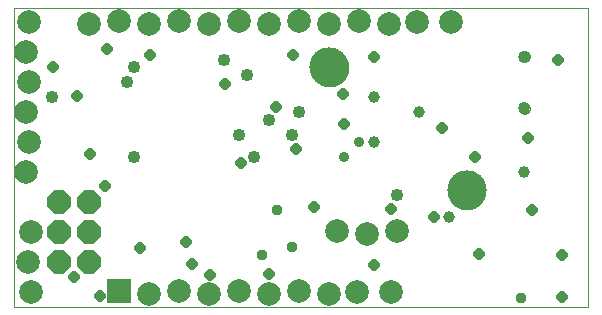
<source format=gbs>
G75*
%MOIN*%
%OFA0B0*%
%FSLAX25Y25*%
%IPPOS*%
%LPD*%
%AMOC8*
5,1,8,0,0,1.08239X$1,22.5*
%
%ADD10C,0.00000*%
%ADD11C,0.13100*%
%ADD12C,0.07900*%
%ADD13R,0.07900X0.07900*%
%ADD14C,0.04043*%
%ADD15OC8,0.07900*%
%ADD16C,0.04262*%
%ADD17C,0.03869*%
%ADD18OC8,0.03700*%
%ADD19OC8,0.03500*%
%ADD20C,0.03500*%
%ADD21C,0.03700*%
D10*
X0001900Y0003250D02*
X0001900Y0103211D01*
X0193101Y0103211D01*
X0193101Y0003250D01*
X0001900Y0003250D01*
X0100600Y0083250D02*
X0100602Y0083408D01*
X0100608Y0083567D01*
X0100618Y0083725D01*
X0100632Y0083882D01*
X0100650Y0084040D01*
X0100671Y0084196D01*
X0100697Y0084353D01*
X0100727Y0084508D01*
X0100760Y0084663D01*
X0100798Y0084817D01*
X0100839Y0084970D01*
X0100884Y0085121D01*
X0100933Y0085272D01*
X0100986Y0085421D01*
X0101042Y0085569D01*
X0101103Y0085716D01*
X0101166Y0085861D01*
X0101234Y0086004D01*
X0101305Y0086145D01*
X0101379Y0086285D01*
X0101457Y0086423D01*
X0101539Y0086559D01*
X0101624Y0086692D01*
X0101712Y0086824D01*
X0101803Y0086953D01*
X0101898Y0087080D01*
X0101996Y0087204D01*
X0102097Y0087326D01*
X0102201Y0087446D01*
X0102307Y0087563D01*
X0102417Y0087677D01*
X0102530Y0087788D01*
X0102645Y0087896D01*
X0102764Y0088002D01*
X0102884Y0088104D01*
X0103007Y0088204D01*
X0103133Y0088300D01*
X0103261Y0088393D01*
X0103392Y0088483D01*
X0103524Y0088569D01*
X0103659Y0088652D01*
X0103796Y0088732D01*
X0103935Y0088808D01*
X0104075Y0088881D01*
X0104218Y0088950D01*
X0104362Y0089016D01*
X0104507Y0089078D01*
X0104655Y0089136D01*
X0104803Y0089191D01*
X0104953Y0089242D01*
X0105104Y0089289D01*
X0105257Y0089332D01*
X0105410Y0089371D01*
X0105564Y0089407D01*
X0105719Y0089438D01*
X0105875Y0089466D01*
X0106032Y0089490D01*
X0106189Y0089510D01*
X0106347Y0089526D01*
X0106504Y0089538D01*
X0106663Y0089546D01*
X0106821Y0089550D01*
X0106979Y0089550D01*
X0107137Y0089546D01*
X0107296Y0089538D01*
X0107453Y0089526D01*
X0107611Y0089510D01*
X0107768Y0089490D01*
X0107925Y0089466D01*
X0108081Y0089438D01*
X0108236Y0089407D01*
X0108390Y0089371D01*
X0108543Y0089332D01*
X0108696Y0089289D01*
X0108847Y0089242D01*
X0108997Y0089191D01*
X0109145Y0089136D01*
X0109293Y0089078D01*
X0109438Y0089016D01*
X0109582Y0088950D01*
X0109725Y0088881D01*
X0109865Y0088808D01*
X0110004Y0088732D01*
X0110141Y0088652D01*
X0110276Y0088569D01*
X0110408Y0088483D01*
X0110539Y0088393D01*
X0110667Y0088300D01*
X0110793Y0088204D01*
X0110916Y0088104D01*
X0111036Y0088002D01*
X0111155Y0087896D01*
X0111270Y0087788D01*
X0111383Y0087677D01*
X0111493Y0087563D01*
X0111599Y0087446D01*
X0111703Y0087326D01*
X0111804Y0087204D01*
X0111902Y0087080D01*
X0111997Y0086953D01*
X0112088Y0086824D01*
X0112176Y0086692D01*
X0112261Y0086559D01*
X0112343Y0086423D01*
X0112421Y0086285D01*
X0112495Y0086145D01*
X0112566Y0086004D01*
X0112634Y0085861D01*
X0112697Y0085716D01*
X0112758Y0085569D01*
X0112814Y0085421D01*
X0112867Y0085272D01*
X0112916Y0085121D01*
X0112961Y0084970D01*
X0113002Y0084817D01*
X0113040Y0084663D01*
X0113073Y0084508D01*
X0113103Y0084353D01*
X0113129Y0084196D01*
X0113150Y0084040D01*
X0113168Y0083882D01*
X0113182Y0083725D01*
X0113192Y0083567D01*
X0113198Y0083408D01*
X0113200Y0083250D01*
X0113198Y0083092D01*
X0113192Y0082933D01*
X0113182Y0082775D01*
X0113168Y0082618D01*
X0113150Y0082460D01*
X0113129Y0082304D01*
X0113103Y0082147D01*
X0113073Y0081992D01*
X0113040Y0081837D01*
X0113002Y0081683D01*
X0112961Y0081530D01*
X0112916Y0081379D01*
X0112867Y0081228D01*
X0112814Y0081079D01*
X0112758Y0080931D01*
X0112697Y0080784D01*
X0112634Y0080639D01*
X0112566Y0080496D01*
X0112495Y0080355D01*
X0112421Y0080215D01*
X0112343Y0080077D01*
X0112261Y0079941D01*
X0112176Y0079808D01*
X0112088Y0079676D01*
X0111997Y0079547D01*
X0111902Y0079420D01*
X0111804Y0079296D01*
X0111703Y0079174D01*
X0111599Y0079054D01*
X0111493Y0078937D01*
X0111383Y0078823D01*
X0111270Y0078712D01*
X0111155Y0078604D01*
X0111036Y0078498D01*
X0110916Y0078396D01*
X0110793Y0078296D01*
X0110667Y0078200D01*
X0110539Y0078107D01*
X0110408Y0078017D01*
X0110276Y0077931D01*
X0110141Y0077848D01*
X0110004Y0077768D01*
X0109865Y0077692D01*
X0109725Y0077619D01*
X0109582Y0077550D01*
X0109438Y0077484D01*
X0109293Y0077422D01*
X0109145Y0077364D01*
X0108997Y0077309D01*
X0108847Y0077258D01*
X0108696Y0077211D01*
X0108543Y0077168D01*
X0108390Y0077129D01*
X0108236Y0077093D01*
X0108081Y0077062D01*
X0107925Y0077034D01*
X0107768Y0077010D01*
X0107611Y0076990D01*
X0107453Y0076974D01*
X0107296Y0076962D01*
X0107137Y0076954D01*
X0106979Y0076950D01*
X0106821Y0076950D01*
X0106663Y0076954D01*
X0106504Y0076962D01*
X0106347Y0076974D01*
X0106189Y0076990D01*
X0106032Y0077010D01*
X0105875Y0077034D01*
X0105719Y0077062D01*
X0105564Y0077093D01*
X0105410Y0077129D01*
X0105257Y0077168D01*
X0105104Y0077211D01*
X0104953Y0077258D01*
X0104803Y0077309D01*
X0104655Y0077364D01*
X0104507Y0077422D01*
X0104362Y0077484D01*
X0104218Y0077550D01*
X0104075Y0077619D01*
X0103935Y0077692D01*
X0103796Y0077768D01*
X0103659Y0077848D01*
X0103524Y0077931D01*
X0103392Y0078017D01*
X0103261Y0078107D01*
X0103133Y0078200D01*
X0103007Y0078296D01*
X0102884Y0078396D01*
X0102764Y0078498D01*
X0102645Y0078604D01*
X0102530Y0078712D01*
X0102417Y0078823D01*
X0102307Y0078937D01*
X0102201Y0079054D01*
X0102097Y0079174D01*
X0101996Y0079296D01*
X0101898Y0079420D01*
X0101803Y0079547D01*
X0101712Y0079676D01*
X0101624Y0079808D01*
X0101539Y0079941D01*
X0101457Y0080077D01*
X0101379Y0080215D01*
X0101305Y0080355D01*
X0101234Y0080496D01*
X0101166Y0080639D01*
X0101103Y0080784D01*
X0101042Y0080931D01*
X0100986Y0081079D01*
X0100933Y0081228D01*
X0100884Y0081379D01*
X0100839Y0081530D01*
X0100798Y0081683D01*
X0100760Y0081837D01*
X0100727Y0081992D01*
X0100697Y0082147D01*
X0100671Y0082304D01*
X0100650Y0082460D01*
X0100632Y0082618D01*
X0100618Y0082775D01*
X0100608Y0082933D01*
X0100602Y0083092D01*
X0100600Y0083250D01*
X0170128Y0086911D02*
X0170130Y0086995D01*
X0170136Y0087078D01*
X0170146Y0087161D01*
X0170160Y0087244D01*
X0170177Y0087326D01*
X0170199Y0087407D01*
X0170224Y0087486D01*
X0170253Y0087565D01*
X0170286Y0087642D01*
X0170322Y0087717D01*
X0170362Y0087791D01*
X0170405Y0087863D01*
X0170452Y0087932D01*
X0170502Y0087999D01*
X0170555Y0088064D01*
X0170611Y0088126D01*
X0170669Y0088186D01*
X0170731Y0088243D01*
X0170795Y0088296D01*
X0170862Y0088347D01*
X0170931Y0088394D01*
X0171002Y0088439D01*
X0171075Y0088479D01*
X0171150Y0088516D01*
X0171227Y0088550D01*
X0171305Y0088580D01*
X0171384Y0088606D01*
X0171465Y0088629D01*
X0171547Y0088647D01*
X0171629Y0088662D01*
X0171712Y0088673D01*
X0171795Y0088680D01*
X0171879Y0088683D01*
X0171963Y0088682D01*
X0172046Y0088677D01*
X0172130Y0088668D01*
X0172212Y0088655D01*
X0172294Y0088639D01*
X0172375Y0088618D01*
X0172456Y0088594D01*
X0172534Y0088566D01*
X0172612Y0088534D01*
X0172688Y0088498D01*
X0172762Y0088459D01*
X0172834Y0088417D01*
X0172904Y0088371D01*
X0172972Y0088322D01*
X0173037Y0088270D01*
X0173100Y0088215D01*
X0173160Y0088157D01*
X0173218Y0088096D01*
X0173272Y0088032D01*
X0173324Y0087966D01*
X0173372Y0087898D01*
X0173417Y0087827D01*
X0173458Y0087754D01*
X0173497Y0087680D01*
X0173531Y0087604D01*
X0173562Y0087526D01*
X0173589Y0087447D01*
X0173613Y0087366D01*
X0173632Y0087285D01*
X0173648Y0087203D01*
X0173660Y0087120D01*
X0173668Y0087036D01*
X0173672Y0086953D01*
X0173672Y0086869D01*
X0173668Y0086786D01*
X0173660Y0086702D01*
X0173648Y0086619D01*
X0173632Y0086537D01*
X0173613Y0086456D01*
X0173589Y0086375D01*
X0173562Y0086296D01*
X0173531Y0086218D01*
X0173497Y0086142D01*
X0173458Y0086068D01*
X0173417Y0085995D01*
X0173372Y0085924D01*
X0173324Y0085856D01*
X0173272Y0085790D01*
X0173218Y0085726D01*
X0173160Y0085665D01*
X0173100Y0085607D01*
X0173037Y0085552D01*
X0172972Y0085500D01*
X0172904Y0085451D01*
X0172834Y0085405D01*
X0172762Y0085363D01*
X0172688Y0085324D01*
X0172612Y0085288D01*
X0172534Y0085256D01*
X0172456Y0085228D01*
X0172375Y0085204D01*
X0172294Y0085183D01*
X0172212Y0085167D01*
X0172130Y0085154D01*
X0172046Y0085145D01*
X0171963Y0085140D01*
X0171879Y0085139D01*
X0171795Y0085142D01*
X0171712Y0085149D01*
X0171629Y0085160D01*
X0171547Y0085175D01*
X0171465Y0085193D01*
X0171384Y0085216D01*
X0171305Y0085242D01*
X0171227Y0085272D01*
X0171150Y0085306D01*
X0171075Y0085343D01*
X0171002Y0085383D01*
X0170931Y0085428D01*
X0170862Y0085475D01*
X0170795Y0085526D01*
X0170731Y0085579D01*
X0170669Y0085636D01*
X0170611Y0085696D01*
X0170555Y0085758D01*
X0170502Y0085823D01*
X0170452Y0085890D01*
X0170405Y0085959D01*
X0170362Y0086031D01*
X0170322Y0086105D01*
X0170286Y0086180D01*
X0170253Y0086257D01*
X0170224Y0086336D01*
X0170199Y0086415D01*
X0170177Y0086496D01*
X0170160Y0086578D01*
X0170146Y0086661D01*
X0170136Y0086744D01*
X0170130Y0086827D01*
X0170128Y0086911D01*
X0170128Y0069589D02*
X0170130Y0069673D01*
X0170136Y0069756D01*
X0170146Y0069839D01*
X0170160Y0069922D01*
X0170177Y0070004D01*
X0170199Y0070085D01*
X0170224Y0070164D01*
X0170253Y0070243D01*
X0170286Y0070320D01*
X0170322Y0070395D01*
X0170362Y0070469D01*
X0170405Y0070541D01*
X0170452Y0070610D01*
X0170502Y0070677D01*
X0170555Y0070742D01*
X0170611Y0070804D01*
X0170669Y0070864D01*
X0170731Y0070921D01*
X0170795Y0070974D01*
X0170862Y0071025D01*
X0170931Y0071072D01*
X0171002Y0071117D01*
X0171075Y0071157D01*
X0171150Y0071194D01*
X0171227Y0071228D01*
X0171305Y0071258D01*
X0171384Y0071284D01*
X0171465Y0071307D01*
X0171547Y0071325D01*
X0171629Y0071340D01*
X0171712Y0071351D01*
X0171795Y0071358D01*
X0171879Y0071361D01*
X0171963Y0071360D01*
X0172046Y0071355D01*
X0172130Y0071346D01*
X0172212Y0071333D01*
X0172294Y0071317D01*
X0172375Y0071296D01*
X0172456Y0071272D01*
X0172534Y0071244D01*
X0172612Y0071212D01*
X0172688Y0071176D01*
X0172762Y0071137D01*
X0172834Y0071095D01*
X0172904Y0071049D01*
X0172972Y0071000D01*
X0173037Y0070948D01*
X0173100Y0070893D01*
X0173160Y0070835D01*
X0173218Y0070774D01*
X0173272Y0070710D01*
X0173324Y0070644D01*
X0173372Y0070576D01*
X0173417Y0070505D01*
X0173458Y0070432D01*
X0173497Y0070358D01*
X0173531Y0070282D01*
X0173562Y0070204D01*
X0173589Y0070125D01*
X0173613Y0070044D01*
X0173632Y0069963D01*
X0173648Y0069881D01*
X0173660Y0069798D01*
X0173668Y0069714D01*
X0173672Y0069631D01*
X0173672Y0069547D01*
X0173668Y0069464D01*
X0173660Y0069380D01*
X0173648Y0069297D01*
X0173632Y0069215D01*
X0173613Y0069134D01*
X0173589Y0069053D01*
X0173562Y0068974D01*
X0173531Y0068896D01*
X0173497Y0068820D01*
X0173458Y0068746D01*
X0173417Y0068673D01*
X0173372Y0068602D01*
X0173324Y0068534D01*
X0173272Y0068468D01*
X0173218Y0068404D01*
X0173160Y0068343D01*
X0173100Y0068285D01*
X0173037Y0068230D01*
X0172972Y0068178D01*
X0172904Y0068129D01*
X0172834Y0068083D01*
X0172762Y0068041D01*
X0172688Y0068002D01*
X0172612Y0067966D01*
X0172534Y0067934D01*
X0172456Y0067906D01*
X0172375Y0067882D01*
X0172294Y0067861D01*
X0172212Y0067845D01*
X0172130Y0067832D01*
X0172046Y0067823D01*
X0171963Y0067818D01*
X0171879Y0067817D01*
X0171795Y0067820D01*
X0171712Y0067827D01*
X0171629Y0067838D01*
X0171547Y0067853D01*
X0171465Y0067871D01*
X0171384Y0067894D01*
X0171305Y0067920D01*
X0171227Y0067950D01*
X0171150Y0067984D01*
X0171075Y0068021D01*
X0171002Y0068061D01*
X0170931Y0068106D01*
X0170862Y0068153D01*
X0170795Y0068204D01*
X0170731Y0068257D01*
X0170669Y0068314D01*
X0170611Y0068374D01*
X0170555Y0068436D01*
X0170502Y0068501D01*
X0170452Y0068568D01*
X0170405Y0068637D01*
X0170362Y0068709D01*
X0170322Y0068783D01*
X0170286Y0068858D01*
X0170253Y0068935D01*
X0170224Y0069014D01*
X0170199Y0069093D01*
X0170177Y0069174D01*
X0170160Y0069256D01*
X0170146Y0069339D01*
X0170136Y0069422D01*
X0170130Y0069505D01*
X0170128Y0069589D01*
X0146350Y0042250D02*
X0146352Y0042408D01*
X0146358Y0042567D01*
X0146368Y0042725D01*
X0146382Y0042882D01*
X0146400Y0043040D01*
X0146421Y0043196D01*
X0146447Y0043353D01*
X0146477Y0043508D01*
X0146510Y0043663D01*
X0146548Y0043817D01*
X0146589Y0043970D01*
X0146634Y0044121D01*
X0146683Y0044272D01*
X0146736Y0044421D01*
X0146792Y0044569D01*
X0146853Y0044716D01*
X0146916Y0044861D01*
X0146984Y0045004D01*
X0147055Y0045145D01*
X0147129Y0045285D01*
X0147207Y0045423D01*
X0147289Y0045559D01*
X0147374Y0045692D01*
X0147462Y0045824D01*
X0147553Y0045953D01*
X0147648Y0046080D01*
X0147746Y0046204D01*
X0147847Y0046326D01*
X0147951Y0046446D01*
X0148057Y0046563D01*
X0148167Y0046677D01*
X0148280Y0046788D01*
X0148395Y0046896D01*
X0148514Y0047002D01*
X0148634Y0047104D01*
X0148757Y0047204D01*
X0148883Y0047300D01*
X0149011Y0047393D01*
X0149142Y0047483D01*
X0149274Y0047569D01*
X0149409Y0047652D01*
X0149546Y0047732D01*
X0149685Y0047808D01*
X0149825Y0047881D01*
X0149968Y0047950D01*
X0150112Y0048016D01*
X0150257Y0048078D01*
X0150405Y0048136D01*
X0150553Y0048191D01*
X0150703Y0048242D01*
X0150854Y0048289D01*
X0151007Y0048332D01*
X0151160Y0048371D01*
X0151314Y0048407D01*
X0151469Y0048438D01*
X0151625Y0048466D01*
X0151782Y0048490D01*
X0151939Y0048510D01*
X0152097Y0048526D01*
X0152254Y0048538D01*
X0152413Y0048546D01*
X0152571Y0048550D01*
X0152729Y0048550D01*
X0152887Y0048546D01*
X0153046Y0048538D01*
X0153203Y0048526D01*
X0153361Y0048510D01*
X0153518Y0048490D01*
X0153675Y0048466D01*
X0153831Y0048438D01*
X0153986Y0048407D01*
X0154140Y0048371D01*
X0154293Y0048332D01*
X0154446Y0048289D01*
X0154597Y0048242D01*
X0154747Y0048191D01*
X0154895Y0048136D01*
X0155043Y0048078D01*
X0155188Y0048016D01*
X0155332Y0047950D01*
X0155475Y0047881D01*
X0155615Y0047808D01*
X0155754Y0047732D01*
X0155891Y0047652D01*
X0156026Y0047569D01*
X0156158Y0047483D01*
X0156289Y0047393D01*
X0156417Y0047300D01*
X0156543Y0047204D01*
X0156666Y0047104D01*
X0156786Y0047002D01*
X0156905Y0046896D01*
X0157020Y0046788D01*
X0157133Y0046677D01*
X0157243Y0046563D01*
X0157349Y0046446D01*
X0157453Y0046326D01*
X0157554Y0046204D01*
X0157652Y0046080D01*
X0157747Y0045953D01*
X0157838Y0045824D01*
X0157926Y0045692D01*
X0158011Y0045559D01*
X0158093Y0045423D01*
X0158171Y0045285D01*
X0158245Y0045145D01*
X0158316Y0045004D01*
X0158384Y0044861D01*
X0158447Y0044716D01*
X0158508Y0044569D01*
X0158564Y0044421D01*
X0158617Y0044272D01*
X0158666Y0044121D01*
X0158711Y0043970D01*
X0158752Y0043817D01*
X0158790Y0043663D01*
X0158823Y0043508D01*
X0158853Y0043353D01*
X0158879Y0043196D01*
X0158900Y0043040D01*
X0158918Y0042882D01*
X0158932Y0042725D01*
X0158942Y0042567D01*
X0158948Y0042408D01*
X0158950Y0042250D01*
X0158948Y0042092D01*
X0158942Y0041933D01*
X0158932Y0041775D01*
X0158918Y0041618D01*
X0158900Y0041460D01*
X0158879Y0041304D01*
X0158853Y0041147D01*
X0158823Y0040992D01*
X0158790Y0040837D01*
X0158752Y0040683D01*
X0158711Y0040530D01*
X0158666Y0040379D01*
X0158617Y0040228D01*
X0158564Y0040079D01*
X0158508Y0039931D01*
X0158447Y0039784D01*
X0158384Y0039639D01*
X0158316Y0039496D01*
X0158245Y0039355D01*
X0158171Y0039215D01*
X0158093Y0039077D01*
X0158011Y0038941D01*
X0157926Y0038808D01*
X0157838Y0038676D01*
X0157747Y0038547D01*
X0157652Y0038420D01*
X0157554Y0038296D01*
X0157453Y0038174D01*
X0157349Y0038054D01*
X0157243Y0037937D01*
X0157133Y0037823D01*
X0157020Y0037712D01*
X0156905Y0037604D01*
X0156786Y0037498D01*
X0156666Y0037396D01*
X0156543Y0037296D01*
X0156417Y0037200D01*
X0156289Y0037107D01*
X0156158Y0037017D01*
X0156026Y0036931D01*
X0155891Y0036848D01*
X0155754Y0036768D01*
X0155615Y0036692D01*
X0155475Y0036619D01*
X0155332Y0036550D01*
X0155188Y0036484D01*
X0155043Y0036422D01*
X0154895Y0036364D01*
X0154747Y0036309D01*
X0154597Y0036258D01*
X0154446Y0036211D01*
X0154293Y0036168D01*
X0154140Y0036129D01*
X0153986Y0036093D01*
X0153831Y0036062D01*
X0153675Y0036034D01*
X0153518Y0036010D01*
X0153361Y0035990D01*
X0153203Y0035974D01*
X0153046Y0035962D01*
X0152887Y0035954D01*
X0152729Y0035950D01*
X0152571Y0035950D01*
X0152413Y0035954D01*
X0152254Y0035962D01*
X0152097Y0035974D01*
X0151939Y0035990D01*
X0151782Y0036010D01*
X0151625Y0036034D01*
X0151469Y0036062D01*
X0151314Y0036093D01*
X0151160Y0036129D01*
X0151007Y0036168D01*
X0150854Y0036211D01*
X0150703Y0036258D01*
X0150553Y0036309D01*
X0150405Y0036364D01*
X0150257Y0036422D01*
X0150112Y0036484D01*
X0149968Y0036550D01*
X0149825Y0036619D01*
X0149685Y0036692D01*
X0149546Y0036768D01*
X0149409Y0036848D01*
X0149274Y0036931D01*
X0149142Y0037017D01*
X0149011Y0037107D01*
X0148883Y0037200D01*
X0148757Y0037296D01*
X0148634Y0037396D01*
X0148514Y0037498D01*
X0148395Y0037604D01*
X0148280Y0037712D01*
X0148167Y0037823D01*
X0148057Y0037937D01*
X0147951Y0038054D01*
X0147847Y0038174D01*
X0147746Y0038296D01*
X0147648Y0038420D01*
X0147553Y0038547D01*
X0147462Y0038676D01*
X0147374Y0038808D01*
X0147289Y0038941D01*
X0147207Y0039077D01*
X0147129Y0039215D01*
X0147055Y0039355D01*
X0146984Y0039496D01*
X0146916Y0039639D01*
X0146853Y0039784D01*
X0146792Y0039931D01*
X0146736Y0040079D01*
X0146683Y0040228D01*
X0146634Y0040379D01*
X0146589Y0040530D01*
X0146548Y0040683D01*
X0146510Y0040837D01*
X0146477Y0040992D01*
X0146447Y0041147D01*
X0146421Y0041304D01*
X0146400Y0041460D01*
X0146382Y0041618D01*
X0146368Y0041775D01*
X0146358Y0041933D01*
X0146352Y0042092D01*
X0146350Y0042250D01*
D11*
X0152650Y0042250D03*
X0106900Y0083250D03*
D12*
X0106900Y0097750D03*
X0096900Y0098750D03*
X0086900Y0097750D03*
X0076900Y0098750D03*
X0066900Y0097750D03*
X0056900Y0098750D03*
X0046900Y0097750D03*
X0036900Y0098750D03*
X0026900Y0097750D03*
X0006900Y0098250D03*
X0005900Y0088250D03*
X0006900Y0078250D03*
X0005900Y0068250D03*
X0006900Y0058250D03*
X0005900Y0048250D03*
X0007400Y0028250D03*
X0006400Y0018250D03*
X0007400Y0008250D03*
X0046900Y0007750D03*
X0056900Y0008750D03*
X0066900Y0007750D03*
X0076900Y0008750D03*
X0086900Y0007750D03*
X0096900Y0008750D03*
X0106900Y0007750D03*
X0116200Y0008250D03*
X0127600Y0008250D03*
X0119400Y0027750D03*
X0109400Y0028750D03*
X0129400Y0028750D03*
X0126900Y0097750D03*
X0136200Y0098250D03*
X0147600Y0098250D03*
X0116900Y0098750D03*
D13*
X0036900Y0008750D03*
D14*
X0171900Y0069589D03*
X0171900Y0086911D03*
D15*
X0026900Y0038250D03*
X0016900Y0038250D03*
X0016900Y0028250D03*
X0026900Y0028250D03*
X0026900Y0018250D03*
X0016900Y0018250D03*
D16*
X0041900Y0053250D03*
X0076900Y0060750D03*
X0086900Y0065750D03*
X0094400Y0060750D03*
X0081900Y0053250D03*
X0096900Y0068250D03*
X0079400Y0080750D03*
X0071900Y0085750D03*
X0041900Y0083250D03*
X0039400Y0078250D03*
X0014400Y0073250D03*
X0129400Y0040750D03*
D17*
X0146900Y0033250D03*
X0171900Y0048250D03*
X0136900Y0068250D03*
X0121900Y0073250D03*
X0121900Y0058250D03*
D18*
X0111900Y0064250D03*
X0095900Y0056000D03*
X0077400Y0051250D03*
X0101900Y0036750D03*
X0127400Y0036000D03*
X0141900Y0033250D03*
X0156900Y0021000D03*
X0174400Y0035750D03*
X0184400Y0020750D03*
X0184400Y0006750D03*
X0121650Y0017500D03*
X0086900Y0014250D03*
X0067150Y0014000D03*
X0061150Y0017750D03*
X0059150Y0025000D03*
X0043650Y0023000D03*
X0021650Y0013500D03*
X0030400Y0007000D03*
X0032150Y0043750D03*
X0027150Y0054250D03*
X0022900Y0073750D03*
X0014650Y0083500D03*
X0032900Y0089250D03*
X0047150Y0087250D03*
X0072150Y0077750D03*
X0089150Y0070000D03*
X0111400Y0074250D03*
X0121900Y0086750D03*
X0094900Y0087500D03*
X0144400Y0063000D03*
X0155400Y0053500D03*
X0173150Y0059750D03*
X0183150Y0085750D03*
D19*
X0170900Y0006250D03*
D20*
X0111900Y0053250D03*
X0116900Y0058250D03*
D21*
X0089400Y0035750D03*
X0094400Y0023250D03*
X0084400Y0020750D03*
M02*

</source>
